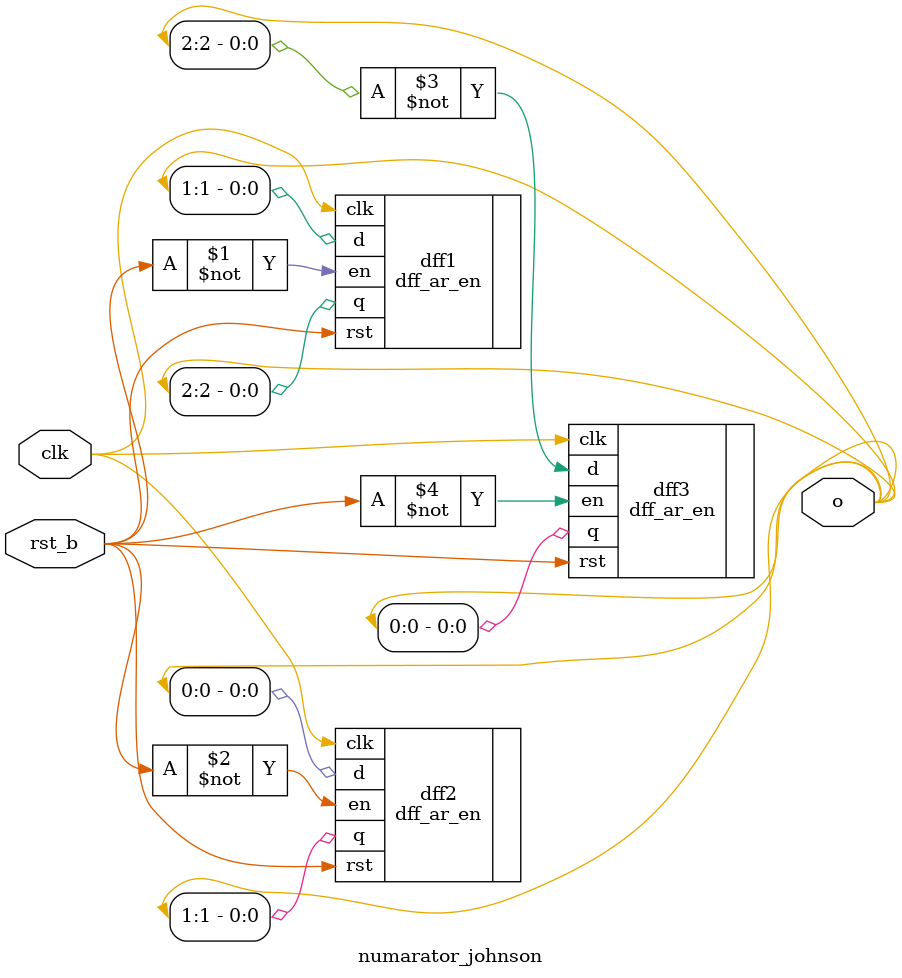
<source format=v>
module numarator_johnson(
  input clk,
  input rst_b,
  output [2:0] o
);

dff_ar_en dff1 (.d(o[1]),.clk(clk),.rst(rst_b),.en(~rst_b),.q(o[2]));
dff_ar_en dff2 (.d(o[0]),.clk(clk),.rst(rst_b),.en(~rst_b),.q(o[1]));
dff_ar_en dff3 (.d(~o[2]),.clk(clk),.rst(rst_b),.en(~rst_b),.q(o[0]));

endmodule
</source>
